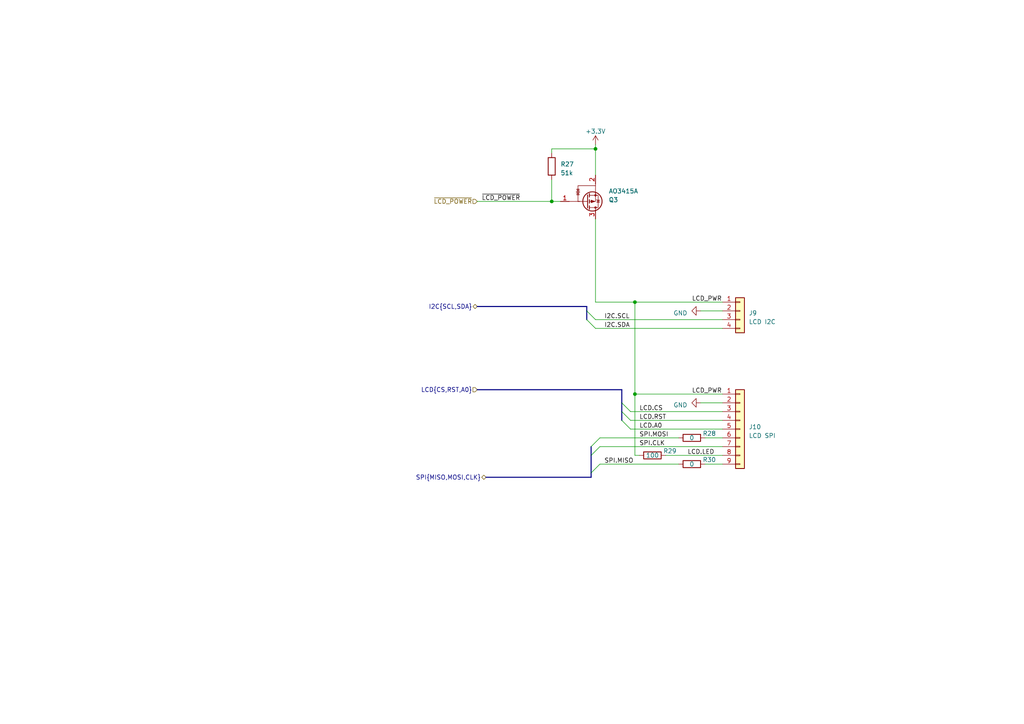
<source format=kicad_sch>
(kicad_sch (version 20230121) (generator eeschema)

  (uuid ed83e607-40e2-4af3-bcdc-c8cbe61d8121)

  (paper "A4")

  (lib_symbols
    (symbol "Connector_Generic:Conn_01x04" (pin_names (offset 1.016) hide) (in_bom yes) (on_board yes)
      (property "Reference" "J" (at 0 5.08 0)
        (effects (font (size 1.27 1.27)))
      )
      (property "Value" "Conn_01x04" (at 0 -7.62 0)
        (effects (font (size 1.27 1.27)))
      )
      (property "Footprint" "" (at 0 0 0)
        (effects (font (size 1.27 1.27)) hide)
      )
      (property "Datasheet" "~" (at 0 0 0)
        (effects (font (size 1.27 1.27)) hide)
      )
      (property "ki_keywords" "connector" (at 0 0 0)
        (effects (font (size 1.27 1.27)) hide)
      )
      (property "ki_description" "Generic connector, single row, 01x04, script generated (kicad-library-utils/schlib/autogen/connector/)" (at 0 0 0)
        (effects (font (size 1.27 1.27)) hide)
      )
      (property "ki_fp_filters" "Connector*:*_1x??_*" (at 0 0 0)
        (effects (font (size 1.27 1.27)) hide)
      )
      (symbol "Conn_01x04_1_1"
        (rectangle (start -1.27 -4.953) (end 0 -5.207)
          (stroke (width 0.1524) (type default))
          (fill (type none))
        )
        (rectangle (start -1.27 -2.413) (end 0 -2.667)
          (stroke (width 0.1524) (type default))
          (fill (type none))
        )
        (rectangle (start -1.27 0.127) (end 0 -0.127)
          (stroke (width 0.1524) (type default))
          (fill (type none))
        )
        (rectangle (start -1.27 2.667) (end 0 2.413)
          (stroke (width 0.1524) (type default))
          (fill (type none))
        )
        (rectangle (start -1.27 3.81) (end 1.27 -6.35)
          (stroke (width 0.254) (type default))
          (fill (type background))
        )
        (pin passive line (at -5.08 2.54 0) (length 3.81)
          (name "Pin_1" (effects (font (size 1.27 1.27))))
          (number "1" (effects (font (size 1.27 1.27))))
        )
        (pin passive line (at -5.08 0 0) (length 3.81)
          (name "Pin_2" (effects (font (size 1.27 1.27))))
          (number "2" (effects (font (size 1.27 1.27))))
        )
        (pin passive line (at -5.08 -2.54 0) (length 3.81)
          (name "Pin_3" (effects (font (size 1.27 1.27))))
          (number "3" (effects (font (size 1.27 1.27))))
        )
        (pin passive line (at -5.08 -5.08 0) (length 3.81)
          (name "Pin_4" (effects (font (size 1.27 1.27))))
          (number "4" (effects (font (size 1.27 1.27))))
        )
      )
    )
    (symbol "Connector_Generic:Conn_01x09" (pin_names (offset 1.016) hide) (in_bom yes) (on_board yes)
      (property "Reference" "J" (at 0 12.7 0)
        (effects (font (size 1.27 1.27)))
      )
      (property "Value" "Conn_01x09" (at 0 -12.7 0)
        (effects (font (size 1.27 1.27)))
      )
      (property "Footprint" "" (at 0 0 0)
        (effects (font (size 1.27 1.27)) hide)
      )
      (property "Datasheet" "~" (at 0 0 0)
        (effects (font (size 1.27 1.27)) hide)
      )
      (property "ki_keywords" "connector" (at 0 0 0)
        (effects (font (size 1.27 1.27)) hide)
      )
      (property "ki_description" "Generic connector, single row, 01x09, script generated (kicad-library-utils/schlib/autogen/connector/)" (at 0 0 0)
        (effects (font (size 1.27 1.27)) hide)
      )
      (property "ki_fp_filters" "Connector*:*_1x??_*" (at 0 0 0)
        (effects (font (size 1.27 1.27)) hide)
      )
      (symbol "Conn_01x09_1_1"
        (rectangle (start -1.27 -10.033) (end 0 -10.287)
          (stroke (width 0.1524) (type default))
          (fill (type none))
        )
        (rectangle (start -1.27 -7.493) (end 0 -7.747)
          (stroke (width 0.1524) (type default))
          (fill (type none))
        )
        (rectangle (start -1.27 -4.953) (end 0 -5.207)
          (stroke (width 0.1524) (type default))
          (fill (type none))
        )
        (rectangle (start -1.27 -2.413) (end 0 -2.667)
          (stroke (width 0.1524) (type default))
          (fill (type none))
        )
        (rectangle (start -1.27 0.127) (end 0 -0.127)
          (stroke (width 0.1524) (type default))
          (fill (type none))
        )
        (rectangle (start -1.27 2.667) (end 0 2.413)
          (stroke (width 0.1524) (type default))
          (fill (type none))
        )
        (rectangle (start -1.27 5.207) (end 0 4.953)
          (stroke (width 0.1524) (type default))
          (fill (type none))
        )
        (rectangle (start -1.27 7.747) (end 0 7.493)
          (stroke (width 0.1524) (type default))
          (fill (type none))
        )
        (rectangle (start -1.27 10.287) (end 0 10.033)
          (stroke (width 0.1524) (type default))
          (fill (type none))
        )
        (rectangle (start -1.27 11.43) (end 1.27 -11.43)
          (stroke (width 0.254) (type default))
          (fill (type background))
        )
        (pin passive line (at -5.08 10.16 0) (length 3.81)
          (name "Pin_1" (effects (font (size 1.27 1.27))))
          (number "1" (effects (font (size 1.27 1.27))))
        )
        (pin passive line (at -5.08 7.62 0) (length 3.81)
          (name "Pin_2" (effects (font (size 1.27 1.27))))
          (number "2" (effects (font (size 1.27 1.27))))
        )
        (pin passive line (at -5.08 5.08 0) (length 3.81)
          (name "Pin_3" (effects (font (size 1.27 1.27))))
          (number "3" (effects (font (size 1.27 1.27))))
        )
        (pin passive line (at -5.08 2.54 0) (length 3.81)
          (name "Pin_4" (effects (font (size 1.27 1.27))))
          (number "4" (effects (font (size 1.27 1.27))))
        )
        (pin passive line (at -5.08 0 0) (length 3.81)
          (name "Pin_5" (effects (font (size 1.27 1.27))))
          (number "5" (effects (font (size 1.27 1.27))))
        )
        (pin passive line (at -5.08 -2.54 0) (length 3.81)
          (name "Pin_6" (effects (font (size 1.27 1.27))))
          (number "6" (effects (font (size 1.27 1.27))))
        )
        (pin passive line (at -5.08 -5.08 0) (length 3.81)
          (name "Pin_7" (effects (font (size 1.27 1.27))))
          (number "7" (effects (font (size 1.27 1.27))))
        )
        (pin passive line (at -5.08 -7.62 0) (length 3.81)
          (name "Pin_8" (effects (font (size 1.27 1.27))))
          (number "8" (effects (font (size 1.27 1.27))))
        )
        (pin passive line (at -5.08 -10.16 0) (length 3.81)
          (name "Pin_9" (effects (font (size 1.27 1.27))))
          (number "9" (effects (font (size 1.27 1.27))))
        )
      )
    )
    (symbol "Device:R" (pin_numbers hide) (pin_names (offset 0)) (in_bom yes) (on_board yes)
      (property "Reference" "R" (at 2.032 0 90)
        (effects (font (size 1.27 1.27)))
      )
      (property "Value" "R" (at 0 0 90)
        (effects (font (size 1.27 1.27)))
      )
      (property "Footprint" "" (at -1.778 0 90)
        (effects (font (size 1.27 1.27)) hide)
      )
      (property "Datasheet" "~" (at 0 0 0)
        (effects (font (size 1.27 1.27)) hide)
      )
      (property "ki_keywords" "R res resistor" (at 0 0 0)
        (effects (font (size 1.27 1.27)) hide)
      )
      (property "ki_description" "Resistor" (at 0 0 0)
        (effects (font (size 1.27 1.27)) hide)
      )
      (property "ki_fp_filters" "R_*" (at 0 0 0)
        (effects (font (size 1.27 1.27)) hide)
      )
      (symbol "R_0_1"
        (rectangle (start -1.016 -2.54) (end 1.016 2.54)
          (stroke (width 0.254) (type default))
          (fill (type none))
        )
      )
      (symbol "R_1_1"
        (pin passive line (at 0 3.81 270) (length 1.27)
          (name "~" (effects (font (size 1.27 1.27))))
          (number "1" (effects (font (size 1.27 1.27))))
        )
        (pin passive line (at 0 -3.81 90) (length 1.27)
          (name "~" (effects (font (size 1.27 1.27))))
          (number "2" (effects (font (size 1.27 1.27))))
        )
      )
    )
    (symbol "kicad_common_lib:AO3415A" (pin_names hide) (in_bom yes) (on_board yes)
      (property "Reference" "Q" (at 5.08 1.905 0)
        (effects (font (size 1.27 1.27)) (justify left))
      )
      (property "Value" "AO3415A" (at 5.08 0 0)
        (effects (font (size 1.27 1.27)) (justify left))
      )
      (property "Footprint" "Package_TO_SOT_SMD:SOT-23" (at 5.08 -1.905 0)
        (effects (font (size 1.27 1.27) italic) (justify left) hide)
      )
      (property "Datasheet" "https://alltransistors.com/adv/pdfdatasheet_aosemi/ao3415.pdf" (at -20.32 -13.97 0)
        (effects (font (size 1.27 1.27)) (justify left) hide)
      )
      (property "ki_keywords" "P-Channel MOSFET" (at 0 0 0)
        (effects (font (size 1.27 1.27)) hide)
      )
      (property "ki_description" "-4.0A Id, -30V Vds, P-Channel MOSFET, SOT-23" (at 0 0 0)
        (effects (font (size 1.27 1.27)) hide)
      )
      (property "ki_fp_filters" "SOT?23*" (at 0 0 0)
        (effects (font (size 1.27 1.27)) hide)
      )
      (symbol "AO3415A_0_1"
        (polyline
          (pts
            (xy 0.254 0)
            (xy -2.54 0)
          )
          (stroke (width 0) (type default))
          (fill (type none))
        )
        (polyline
          (pts
            (xy 0.254 1.905)
            (xy 0.254 -1.905)
          )
          (stroke (width 0.254) (type default))
          (fill (type none))
        )
        (polyline
          (pts
            (xy 0.762 -1.27)
            (xy 0.762 -2.286)
          )
          (stroke (width 0.254) (type default))
          (fill (type none))
        )
        (polyline
          (pts
            (xy 0.762 0.508)
            (xy 0.762 -0.508)
          )
          (stroke (width 0.254) (type default))
          (fill (type none))
        )
        (polyline
          (pts
            (xy 0.762 2.286)
            (xy 0.762 1.27)
          )
          (stroke (width 0.254) (type default))
          (fill (type none))
        )
        (polyline
          (pts
            (xy 2.54 -5.08)
            (xy 2.54 -2.286)
          )
          (stroke (width 0) (type default))
          (fill (type none))
        )
        (polyline
          (pts
            (xy 2.54 2.54)
            (xy 2.54 1.778)
          )
          (stroke (width 0) (type default))
          (fill (type none))
        )
        (polyline
          (pts
            (xy -5.08 0)
            (xy -2.54 0)
            (xy -2.032 0)
          )
          (stroke (width 0) (type default))
          (fill (type none))
        )
        (polyline
          (pts
            (xy -2.54 0)
            (xy -2.54 -4.572)
            (xy 2.54 -4.572)
          )
          (stroke (width 0) (type default))
          (fill (type none))
        )
        (polyline
          (pts
            (xy 2.54 -2.54)
            (xy 2.54 0)
            (xy 0.762 0)
          )
          (stroke (width 0) (type default))
          (fill (type none))
        )
        (polyline
          (pts
            (xy -3.048 -2.794)
            (xy -2.921 -2.921)
            (xy -2.159 -2.921)
            (xy -2.032 -3.048)
          )
          (stroke (width 0) (type default))
          (fill (type none))
        )
        (polyline
          (pts
            (xy -2.54 -2.921)
            (xy -2.921 -3.556)
            (xy -2.159 -3.556)
            (xy -2.54 -2.921)
          )
          (stroke (width 0) (type default))
          (fill (type none))
        )
        (polyline
          (pts
            (xy -2.54 -2.54)
            (xy -2.159 -1.905)
            (xy -2.921 -1.905)
            (xy -2.54 -2.54)
          )
          (stroke (width 0) (type default))
          (fill (type none))
        )
        (polyline
          (pts
            (xy -2.032 -2.667)
            (xy -2.159 -2.54)
            (xy -2.921 -2.54)
            (xy -3.048 -2.413)
          )
          (stroke (width 0) (type default))
          (fill (type none))
        )
        (polyline
          (pts
            (xy 0.762 1.778)
            (xy 3.302 1.778)
            (xy 3.302 -1.778)
            (xy 0.762 -1.778)
          )
          (stroke (width 0) (type default))
          (fill (type none))
        )
        (polyline
          (pts
            (xy 2.286 0)
            (xy 1.27 0.381)
            (xy 1.27 -0.381)
            (xy 2.286 0)
          )
          (stroke (width 0) (type default))
          (fill (type outline))
        )
        (polyline
          (pts
            (xy 2.794 -0.508)
            (xy 2.921 -0.381)
            (xy 3.683 -0.381)
            (xy 3.81 -0.254)
          )
          (stroke (width 0) (type default))
          (fill (type none))
        )
        (polyline
          (pts
            (xy 3.302 -0.381)
            (xy 2.921 0.254)
            (xy 3.683 0.254)
            (xy 3.302 -0.381)
          )
          (stroke (width 0) (type default))
          (fill (type none))
        )
        (circle (center 1.651 0) (radius 2.794)
          (stroke (width 0.254) (type default))
          (fill (type none))
        )
        (circle (center 2.54 -1.778) (radius 0.254)
          (stroke (width 0) (type default))
          (fill (type outline))
        )
        (circle (center 2.54 1.778) (radius 0.254)
          (stroke (width 0) (type default))
          (fill (type outline))
        )
      )
      (symbol "AO3415A_1_1"
        (pin input line (at -7.62 0 0) (length 2.54)
          (name "G" (effects (font (size 1.27 1.27))))
          (number "1" (effects (font (size 1.27 1.27))))
        )
        (pin passive line (at 2.54 -7.62 90) (length 2.54)
          (name "S" (effects (font (size 1.27 1.27))))
          (number "2" (effects (font (size 1.27 1.27))))
        )
        (pin passive line (at 2.54 5.08 270) (length 2.54)
          (name "D" (effects (font (size 1.27 1.27))))
          (number "3" (effects (font (size 1.27 1.27))))
        )
      )
    )
    (symbol "power:+3.3V" (power) (pin_names (offset 0)) (in_bom yes) (on_board yes)
      (property "Reference" "#PWR" (at 0 -3.81 0)
        (effects (font (size 1.27 1.27)) hide)
      )
      (property "Value" "+3.3V" (at 0 3.556 0)
        (effects (font (size 1.27 1.27)))
      )
      (property "Footprint" "" (at 0 0 0)
        (effects (font (size 1.27 1.27)) hide)
      )
      (property "Datasheet" "" (at 0 0 0)
        (effects (font (size 1.27 1.27)) hide)
      )
      (property "ki_keywords" "global power" (at 0 0 0)
        (effects (font (size 1.27 1.27)) hide)
      )
      (property "ki_description" "Power symbol creates a global label with name \"+3.3V\"" (at 0 0 0)
        (effects (font (size 1.27 1.27)) hide)
      )
      (symbol "+3.3V_0_1"
        (polyline
          (pts
            (xy -0.762 1.27)
            (xy 0 2.54)
          )
          (stroke (width 0) (type default))
          (fill (type none))
        )
        (polyline
          (pts
            (xy 0 0)
            (xy 0 2.54)
          )
          (stroke (width 0) (type default))
          (fill (type none))
        )
        (polyline
          (pts
            (xy 0 2.54)
            (xy 0.762 1.27)
          )
          (stroke (width 0) (type default))
          (fill (type none))
        )
      )
      (symbol "+3.3V_1_1"
        (pin power_in line (at 0 0 90) (length 0) hide
          (name "+3.3V" (effects (font (size 1.27 1.27))))
          (number "1" (effects (font (size 1.27 1.27))))
        )
      )
    )
    (symbol "power:GND" (power) (pin_names (offset 0)) (in_bom yes) (on_board yes)
      (property "Reference" "#PWR" (at 0 -6.35 0)
        (effects (font (size 1.27 1.27)) hide)
      )
      (property "Value" "GND" (at 0 -3.81 0)
        (effects (font (size 1.27 1.27)))
      )
      (property "Footprint" "" (at 0 0 0)
        (effects (font (size 1.27 1.27)) hide)
      )
      (property "Datasheet" "" (at 0 0 0)
        (effects (font (size 1.27 1.27)) hide)
      )
      (property "ki_keywords" "global power" (at 0 0 0)
        (effects (font (size 1.27 1.27)) hide)
      )
      (property "ki_description" "Power symbol creates a global label with name \"GND\" , ground" (at 0 0 0)
        (effects (font (size 1.27 1.27)) hide)
      )
      (symbol "GND_0_1"
        (polyline
          (pts
            (xy 0 0)
            (xy 0 -1.27)
            (xy 1.27 -1.27)
            (xy 0 -2.54)
            (xy -1.27 -1.27)
            (xy 0 -1.27)
          )
          (stroke (width 0) (type default))
          (fill (type none))
        )
      )
      (symbol "GND_1_1"
        (pin power_in line (at 0 0 270) (length 0) hide
          (name "GND" (effects (font (size 1.27 1.27))))
          (number "1" (effects (font (size 1.27 1.27))))
        )
      )
    )
  )

  (junction (at 172.72 43.18) (diameter 0) (color 0 0 0 0)
    (uuid 8ba4ebcb-f8d2-4159-8546-7776e6ec880e)
  )
  (junction (at 184.15 114.3) (diameter 0) (color 0 0 0 0)
    (uuid 97babcbd-186f-482c-8adc-35244e4f0130)
  )
  (junction (at 184.15 87.63) (diameter 0) (color 0 0 0 0)
    (uuid a0433d91-504b-47ca-8ac4-f9555caf141f)
  )
  (junction (at 160.02 58.42) (diameter 0) (color 0 0 0 0)
    (uuid a40599b1-a064-419c-922e-7b644f7956f0)
  )

  (bus_entry (at 170.18 90.17) (size 2.54 2.54)
    (stroke (width 0) (type default))
    (uuid 52a325e5-b0ef-41d4-9ee2-5ba42df8efed)
  )
  (bus_entry (at 171.45 129.54) (size 2.54 -2.54)
    (stroke (width 0) (type default))
    (uuid 5422a2ed-dae1-47ab-8abe-990d0b2913ed)
  )
  (bus_entry (at 171.45 137.16) (size 2.54 -2.54)
    (stroke (width 0) (type default))
    (uuid 7d618d32-81e6-4c7e-b608-d411370a6f6d)
  )
  (bus_entry (at 180.34 121.92) (size 2.54 2.54)
    (stroke (width 0) (type default))
    (uuid ab8343a2-376e-4c55-a46f-1da7c217971a)
  )
  (bus_entry (at 180.34 119.38) (size 2.54 2.54)
    (stroke (width 0) (type default))
    (uuid d48fdc78-296f-4df0-8d32-a50af7d6c481)
  )
  (bus_entry (at 170.18 92.71) (size 2.54 2.54)
    (stroke (width 0) (type default))
    (uuid dcaf8ef9-6d78-447f-b03a-040599473ecd)
  )
  (bus_entry (at 180.34 116.84) (size 2.54 2.54)
    (stroke (width 0) (type default))
    (uuid e588f7f1-22d6-49c6-ba0d-aebfe4916233)
  )
  (bus_entry (at 171.45 132.08) (size 2.54 -2.54)
    (stroke (width 0) (type default))
    (uuid f7e8ee3c-9f4d-4203-b748-6dcf784908f8)
  )

  (wire (pts (xy 182.88 124.46) (xy 209.55 124.46))
    (stroke (width 0) (type default))
    (uuid 0358c23e-bdad-4452-87fd-1d23eb25732e)
  )
  (wire (pts (xy 138.43 58.42) (xy 160.02 58.42))
    (stroke (width 0) (type default))
    (uuid 043b604b-f582-46f5-99a4-6add1f78aa79)
  )
  (wire (pts (xy 162.56 58.42) (xy 160.02 58.42))
    (stroke (width 0) (type default))
    (uuid 12c104d6-e51f-4599-a7bf-ae4c68edd2fd)
  )
  (wire (pts (xy 160.02 43.18) (xy 172.72 43.18))
    (stroke (width 0) (type default))
    (uuid 1feda6b8-bc59-4801-bc56-2b97be77d952)
  )
  (bus (pts (xy 180.34 113.03) (xy 180.34 116.84))
    (stroke (width 0) (type default))
    (uuid 267749b4-c972-4b4b-ab01-e96f1adfa08a)
  )

  (wire (pts (xy 173.99 129.54) (xy 209.55 129.54))
    (stroke (width 0) (type default))
    (uuid 4e6e6193-2145-4101-b8d3-3f243c82d2e3)
  )
  (wire (pts (xy 172.72 43.18) (xy 172.72 50.8))
    (stroke (width 0) (type default))
    (uuid 50092c9c-0f67-402c-9da7-5421ad7d2c99)
  )
  (wire (pts (xy 184.15 87.63) (xy 172.72 87.63))
    (stroke (width 0) (type default))
    (uuid 52d71de8-ce88-4a30-bd56-3934c56e1dbe)
  )
  (wire (pts (xy 184.15 114.3) (xy 184.15 132.08))
    (stroke (width 0) (type default))
    (uuid 597d85fc-80f8-4fe3-9d03-808aa8a0f1aa)
  )
  (bus (pts (xy 171.45 129.54) (xy 171.45 132.08))
    (stroke (width 0) (type default))
    (uuid 5a0550fb-d17d-4bf1-9054-dee5f644f880)
  )
  (bus (pts (xy 140.97 138.43) (xy 171.45 138.43))
    (stroke (width 0) (type default))
    (uuid 5e08c7c8-c8a4-49b6-937d-2d94a3256048)
  )
  (bus (pts (xy 171.45 137.16) (xy 171.45 138.43))
    (stroke (width 0) (type default))
    (uuid 60259d43-08e5-4e26-a59b-12d43eb8f95c)
  )

  (wire (pts (xy 182.88 121.92) (xy 209.55 121.92))
    (stroke (width 0) (type default))
    (uuid 64a6e1f9-8c9c-436c-a6e9-b2b19e81f30d)
  )
  (wire (pts (xy 172.72 87.63) (xy 172.72 63.5))
    (stroke (width 0) (type default))
    (uuid 6733b6a8-9793-48fd-8606-440cdeed04f7)
  )
  (bus (pts (xy 170.18 92.71) (xy 170.18 90.17))
    (stroke (width 0) (type default))
    (uuid 7690ed94-b2e5-4611-949c-70c05d73ac8c)
  )

  (wire (pts (xy 204.47 127) (xy 209.55 127))
    (stroke (width 0) (type default))
    (uuid 7769b7f9-b064-47a9-9fc3-6a6d06bd396d)
  )
  (wire (pts (xy 209.55 114.3) (xy 184.15 114.3))
    (stroke (width 0) (type default))
    (uuid 7bbe1cda-8086-4cfe-80f8-30452d3997cf)
  )
  (wire (pts (xy 160.02 44.45) (xy 160.02 43.18))
    (stroke (width 0) (type default))
    (uuid 8bcc08b5-5c95-461e-9828-df31644364ad)
  )
  (wire (pts (xy 203.2 90.17) (xy 209.55 90.17))
    (stroke (width 0) (type default))
    (uuid 8d73516e-7950-4f32-a9c8-505610f58791)
  )
  (bus (pts (xy 138.43 88.9) (xy 170.18 88.9))
    (stroke (width 0) (type default))
    (uuid 9693ab3c-4c6d-4a22-b7d4-9f8412e35254)
  )

  (wire (pts (xy 204.47 134.62) (xy 209.55 134.62))
    (stroke (width 0) (type default))
    (uuid a2a32b7c-0760-42e9-9d78-357d10a3d8d1)
  )
  (wire (pts (xy 172.72 92.71) (xy 209.55 92.71))
    (stroke (width 0) (type default))
    (uuid b071bbcd-1a17-4212-9226-dd4568d90a55)
  )
  (wire (pts (xy 184.15 114.3) (xy 184.15 87.63))
    (stroke (width 0) (type default))
    (uuid b0c5082a-dcfb-4dd0-9144-a84838ca55fe)
  )
  (wire (pts (xy 172.72 95.25) (xy 209.55 95.25))
    (stroke (width 0) (type default))
    (uuid b5e78c88-6f2f-40c1-9bc5-901d874556d5)
  )
  (wire (pts (xy 173.99 127) (xy 196.85 127))
    (stroke (width 0) (type default))
    (uuid b9da4bbf-91a0-48c6-bc25-c1cb34709adc)
  )
  (bus (pts (xy 180.34 119.38) (xy 180.34 121.92))
    (stroke (width 0) (type default))
    (uuid bf633536-1528-44ed-89b0-577ab1bf9972)
  )
  (bus (pts (xy 171.45 132.08) (xy 171.45 137.16))
    (stroke (width 0) (type default))
    (uuid bf9baf6b-3bef-4046-923b-ff8fea78085c)
  )
  (bus (pts (xy 170.18 90.17) (xy 170.18 88.9))
    (stroke (width 0) (type default))
    (uuid bfc7db66-15f9-412e-aabc-9cef7ace849c)
  )

  (wire (pts (xy 193.04 132.08) (xy 209.55 132.08))
    (stroke (width 0) (type default))
    (uuid c5ca5aa5-33ee-4da2-a4d1-e5eb46fee666)
  )
  (wire (pts (xy 160.02 58.42) (xy 160.02 52.07))
    (stroke (width 0) (type default))
    (uuid c644b9fc-8058-4576-9563-6ee2c76c40f7)
  )
  (wire (pts (xy 203.2 116.84) (xy 209.55 116.84))
    (stroke (width 0) (type default))
    (uuid c8378d41-0660-48c3-b876-be6b8d20a235)
  )
  (bus (pts (xy 180.34 116.84) (xy 180.34 119.38))
    (stroke (width 0) (type default))
    (uuid cf98f43f-7ad0-45c9-b3e5-9c5e9cc8af86)
  )

  (wire (pts (xy 182.88 119.38) (xy 209.55 119.38))
    (stroke (width 0) (type default))
    (uuid da66b5d3-c1fe-425d-8d0c-0ed316904d61)
  )
  (bus (pts (xy 138.43 113.03) (xy 180.34 113.03))
    (stroke (width 0) (type default))
    (uuid dccfaa7a-bc98-46ba-959c-da1474196cd5)
  )

  (wire (pts (xy 173.99 134.62) (xy 196.85 134.62))
    (stroke (width 0) (type default))
    (uuid e56de053-3d6c-4c59-b5ed-1c309bcffe89)
  )
  (wire (pts (xy 184.15 132.08) (xy 185.42 132.08))
    (stroke (width 0) (type default))
    (uuid e682b848-30b0-449f-858e-2fdab583dec3)
  )
  (wire (pts (xy 184.15 87.63) (xy 209.55 87.63))
    (stroke (width 0) (type default))
    (uuid eda11a3d-b972-4f8d-91fb-e8e749c557f1)
  )
  (wire (pts (xy 172.72 41.91) (xy 172.72 43.18))
    (stroke (width 0) (type default))
    (uuid f687abda-518e-479a-a535-70ebf02f8451)
  )

  (label "I2C.SCL" (at 175.26 92.71 0) (fields_autoplaced)
    (effects (font (size 1.27 1.27)) (justify left bottom))
    (uuid 05acb763-42df-4527-9071-fa88705fe7fb)
  )
  (label "LCD.RST" (at 185.42 121.92 0) (fields_autoplaced)
    (effects (font (size 1.27 1.27)) (justify left bottom))
    (uuid 1e792331-4aca-4798-acc8-8a38f762013f)
  )
  (label "SPI.MOSI" (at 185.42 127 0) (fields_autoplaced)
    (effects (font (size 1.27 1.27)) (justify left bottom))
    (uuid 26f3adfc-b8f7-4c7e-b6f0-e588adf1b095)
  )
  (label "LCD.A0" (at 185.42 124.46 0) (fields_autoplaced)
    (effects (font (size 1.27 1.27)) (justify left bottom))
    (uuid 385630f4-9251-49b4-9db5-79c18a848266)
  )
  (label "~{LCD_POWER}" (at 139.7 58.42 0) (fields_autoplaced)
    (effects (font (size 1.27 1.27)) (justify left bottom))
    (uuid 5f033bed-fd03-42fa-ad42-b31c53c1e744)
  )
  (label "SPI.MISO" (at 175.26 134.62 0) (fields_autoplaced)
    (effects (font (size 1.27 1.27)) (justify left bottom))
    (uuid 621c70c0-fde5-4bed-9237-210b4d6131cb)
  )
  (label "LCD_PWR" (at 200.66 87.63 0) (fields_autoplaced)
    (effects (font (size 1.27 1.27)) (justify left bottom))
    (uuid 692d7b02-74ce-4559-80d1-774192ac7f00)
  )
  (label "SPI.CLK" (at 185.42 129.54 0) (fields_autoplaced)
    (effects (font (size 1.27 1.27)) (justify left bottom))
    (uuid 7b461131-2f1a-468a-bf36-f3fdb1d32ec9)
  )
  (label "LCD.CS" (at 185.42 119.38 0) (fields_autoplaced)
    (effects (font (size 1.27 1.27)) (justify left bottom))
    (uuid a63ef44b-6686-446c-b530-b5d9d65c88df)
  )
  (label "I2C.SDA" (at 175.26 95.25 0) (fields_autoplaced)
    (effects (font (size 1.27 1.27)) (justify left bottom))
    (uuid d2c0422e-77c6-4eef-957c-afad273d79b3)
  )
  (label "LCD_PWR" (at 200.66 114.3 0) (fields_autoplaced)
    (effects (font (size 1.27 1.27)) (justify left bottom))
    (uuid dbb3cf5a-f165-4409-a827-c19c4683f466)
  )
  (label "LCD.LED" (at 199.39 132.08 0) (fields_autoplaced)
    (effects (font (size 1.27 1.27)) (justify left bottom))
    (uuid e5eb9f3b-78c5-4d1a-a6d2-44bc898c1f6f)
  )

  (hierarchical_label "LCD{CS,RST,A0}" (shape input) (at 138.43 113.03 180) (fields_autoplaced)
    (effects (font (size 1.27 1.27)) (justify right))
    (uuid 223fcb7d-da14-4ed5-9c98-32984d6d6ccf)
  )
  (hierarchical_label "~{LCD_POWER}" (shape input) (at 138.43 58.42 180) (fields_autoplaced)
    (effects (font (size 1.27 1.27)) (justify right))
    (uuid 45f041f0-9017-432c-bba2-fd54c4e2b217)
  )
  (hierarchical_label "I2C{SCL,SDA}" (shape bidirectional) (at 138.43 88.9 180) (fields_autoplaced)
    (effects (font (size 1.27 1.27)) (justify right))
    (uuid 886c1f26-d84b-4401-9a0d-48d9f5719d27)
  )
  (hierarchical_label "SPI{MISO,MOSI,CLK}" (shape bidirectional) (at 140.97 138.43 180) (fields_autoplaced)
    (effects (font (size 1.27 1.27)) (justify right))
    (uuid 8eaa8a44-c95b-4503-961f-3a4bf567336f)
  )

  (symbol (lib_id "Device:R") (at 200.66 134.62 90) (unit 1)
    (in_bom yes) (on_board yes) (dnp no)
    (uuid 2410c24b-37d9-40c7-928e-975b6e7c2ece)
    (property "Reference" "R30" (at 205.74 133.35 90)
      (effects (font (size 1.27 1.27)))
    )
    (property "Value" "0" (at 200.66 134.62 90)
      (effects (font (size 1.27 1.27)))
    )
    (property "Footprint" "" (at 200.66 136.398 90)
      (effects (font (size 1.27 1.27)) hide)
    )
    (property "Datasheet" "~" (at 200.66 134.62 0)
      (effects (font (size 1.27 1.27)) hide)
    )
    (pin "1" (uuid d50c84b4-2a28-428f-b282-0261ff6c9a94))
    (pin "2" (uuid 41f9624b-11d1-4b09-ad13-b621c0973116))
    (instances
      (project "esp_radio"
        (path "/c9e2e0d2-0655-4f5e-8e13-71b41b1f7cfe/9a87a4f6-9f89-4802-b675-78042b654f8a"
          (reference "R30") (unit 1)
        )
      )
    )
  )

  (symbol (lib_id "Connector_Generic:Conn_01x09") (at 214.63 124.46 0) (unit 1)
    (in_bom yes) (on_board yes) (dnp no) (fields_autoplaced)
    (uuid 5eee035c-c021-4c49-a77e-1de2f593d0bf)
    (property "Reference" "J10" (at 217.17 123.825 0)
      (effects (font (size 1.27 1.27)) (justify left))
    )
    (property "Value" "LCD SPI" (at 217.17 126.365 0)
      (effects (font (size 1.27 1.27)) (justify left))
    )
    (property "Footprint" "" (at 214.63 124.46 0)
      (effects (font (size 1.27 1.27)) hide)
    )
    (property "Datasheet" "~" (at 214.63 124.46 0)
      (effects (font (size 1.27 1.27)) hide)
    )
    (pin "1" (uuid 66d9e29f-1c87-4eaa-9f46-f12ed07dd6a6))
    (pin "2" (uuid b84f2ef7-8828-4239-8096-b6007d72029b))
    (pin "3" (uuid fcfcb768-5d01-4856-8991-ebc55d54e944))
    (pin "4" (uuid 28b2671e-1709-43fd-b09a-26f75b792bbf))
    (pin "5" (uuid cfa9efa2-aabf-42e7-a165-591caef9b5b1))
    (pin "6" (uuid fdde59ed-75b6-476f-81fb-2cb19def4643))
    (pin "7" (uuid 89ab6bb5-5eba-4237-94ea-0eff34c8ac5b))
    (pin "8" (uuid bf3416c1-1c12-4d9f-8396-0f61589bd1c3))
    (pin "9" (uuid 75e504a3-959b-4ac7-8b2b-b31165ef7e78))
    (instances
      (project "esp_radio"
        (path "/c9e2e0d2-0655-4f5e-8e13-71b41b1f7cfe/9a87a4f6-9f89-4802-b675-78042b654f8a"
          (reference "J10") (unit 1)
        )
      )
    )
  )

  (symbol (lib_id "power:GND") (at 203.2 90.17 270) (unit 1)
    (in_bom yes) (on_board yes) (dnp no) (fields_autoplaced)
    (uuid a1145696-9cc1-45ba-b37a-9c2df8383314)
    (property "Reference" "#PWR060" (at 196.85 90.17 0)
      (effects (font (size 1.27 1.27)) hide)
    )
    (property "Value" "GND" (at 199.39 90.805 90)
      (effects (font (size 1.27 1.27)) (justify right))
    )
    (property "Footprint" "" (at 203.2 90.17 0)
      (effects (font (size 1.27 1.27)) hide)
    )
    (property "Datasheet" "" (at 203.2 90.17 0)
      (effects (font (size 1.27 1.27)) hide)
    )
    (pin "1" (uuid e8e56844-eb09-4473-9ae8-cdc1cd6e1c86))
    (instances
      (project "esp_radio"
        (path "/c9e2e0d2-0655-4f5e-8e13-71b41b1f7cfe/9a87a4f6-9f89-4802-b675-78042b654f8a"
          (reference "#PWR060") (unit 1)
        )
      )
    )
  )

  (symbol (lib_id "kicad_common_lib:AO3415A") (at 170.18 58.42 0) (mirror x) (unit 1)
    (in_bom yes) (on_board yes) (dnp no)
    (uuid a8e6b7e0-dc22-4639-83eb-7573e9cede20)
    (property "Reference" "Q3" (at 176.53 57.9755 0)
      (effects (font (size 1.27 1.27)) (justify left))
    )
    (property "Value" "AO3415A" (at 176.53 55.4355 0)
      (effects (font (size 1.27 1.27)) (justify left))
    )
    (property "Footprint" "Package_TO_SOT_SMD:SOT-23" (at 175.26 56.515 0)
      (effects (font (size 1.27 1.27) italic) (justify left) hide)
    )
    (property "Datasheet" "https://alltransistors.com/adv/pdfdatasheet_aosemi/ao3415.pdf" (at 149.86 44.45 0)
      (effects (font (size 1.27 1.27)) (justify left) hide)
    )
    (pin "1" (uuid 0e0cc1a2-c218-4b75-8f8f-c31c1a467b12))
    (pin "2" (uuid fc516ab4-fb0e-4531-b7f8-123c48ea447c))
    (pin "3" (uuid ec849770-b587-4639-8345-b9f769e3aa80))
    (instances
      (project "esp_radio"
        (path "/c9e2e0d2-0655-4f5e-8e13-71b41b1f7cfe/9a87a4f6-9f89-4802-b675-78042b654f8a"
          (reference "Q3") (unit 1)
        )
      )
    )
  )

  (symbol (lib_id "Connector_Generic:Conn_01x04") (at 214.63 90.17 0) (unit 1)
    (in_bom yes) (on_board yes) (dnp no) (fields_autoplaced)
    (uuid ad5ffd1f-9f18-4016-9a1b-182461fa750c)
    (property "Reference" "J9" (at 217.17 90.805 0)
      (effects (font (size 1.27 1.27)) (justify left))
    )
    (property "Value" "LCD I2C" (at 217.17 93.345 0)
      (effects (font (size 1.27 1.27)) (justify left))
    )
    (property "Footprint" "" (at 214.63 90.17 0)
      (effects (font (size 1.27 1.27)) hide)
    )
    (property "Datasheet" "~" (at 214.63 90.17 0)
      (effects (font (size 1.27 1.27)) hide)
    )
    (pin "1" (uuid c41ae34f-3f7e-496d-9457-f789d3ed3afe))
    (pin "2" (uuid cc834c45-651f-4310-a1a9-201a1ef169fa))
    (pin "3" (uuid c03caf15-d89d-427c-a457-aa8028bf8899))
    (pin "4" (uuid 38c1c67f-c875-407a-a5ac-8154fceda76a))
    (instances
      (project "esp_radio"
        (path "/c9e2e0d2-0655-4f5e-8e13-71b41b1f7cfe/9a87a4f6-9f89-4802-b675-78042b654f8a"
          (reference "J9") (unit 1)
        )
      )
    )
  )

  (symbol (lib_id "Device:R") (at 160.02 48.26 0) (unit 1)
    (in_bom yes) (on_board yes) (dnp no) (fields_autoplaced)
    (uuid ba0e760c-1a40-41f6-bb50-29b1ea39d06e)
    (property "Reference" "R27" (at 162.56 47.625 0)
      (effects (font (size 1.27 1.27)) (justify left))
    )
    (property "Value" "51k" (at 162.56 50.165 0)
      (effects (font (size 1.27 1.27)) (justify left))
    )
    (property "Footprint" "" (at 158.242 48.26 90)
      (effects (font (size 1.27 1.27)) hide)
    )
    (property "Datasheet" "~" (at 160.02 48.26 0)
      (effects (font (size 1.27 1.27)) hide)
    )
    (pin "1" (uuid ec8bbd5e-2b7c-457e-b145-eefa765f2a42))
    (pin "2" (uuid ee7584e4-2d14-42a3-9fe2-dbba52161088))
    (instances
      (project "esp_radio"
        (path "/c9e2e0d2-0655-4f5e-8e13-71b41b1f7cfe/9a87a4f6-9f89-4802-b675-78042b654f8a"
          (reference "R27") (unit 1)
        )
      )
    )
  )

  (symbol (lib_id "power:+3.3V") (at 172.72 41.91 0) (unit 1)
    (in_bom yes) (on_board yes) (dnp no) (fields_autoplaced)
    (uuid c377878a-330e-4e83-b581-169a7e48048c)
    (property "Reference" "#PWR059" (at 172.72 45.72 0)
      (effects (font (size 1.27 1.27)) hide)
    )
    (property "Value" "+3.3V" (at 172.72 38.1 0)
      (effects (font (size 1.27 1.27)))
    )
    (property "Footprint" "" (at 172.72 41.91 0)
      (effects (font (size 1.27 1.27)) hide)
    )
    (property "Datasheet" "" (at 172.72 41.91 0)
      (effects (font (size 1.27 1.27)) hide)
    )
    (pin "1" (uuid 2f28502d-cc0f-4f68-b684-7bff1e56f008))
    (instances
      (project "esp_radio"
        (path "/c9e2e0d2-0655-4f5e-8e13-71b41b1f7cfe/9a87a4f6-9f89-4802-b675-78042b654f8a"
          (reference "#PWR059") (unit 1)
        )
      )
    )
  )

  (symbol (lib_id "Device:R") (at 200.66 127 90) (unit 1)
    (in_bom yes) (on_board yes) (dnp no)
    (uuid e0f919da-1198-4158-b282-aff4462038fd)
    (property "Reference" "R28" (at 205.74 125.73 90)
      (effects (font (size 1.27 1.27)))
    )
    (property "Value" "0" (at 200.66 127 90)
      (effects (font (size 1.27 1.27)))
    )
    (property "Footprint" "" (at 200.66 128.778 90)
      (effects (font (size 1.27 1.27)) hide)
    )
    (property "Datasheet" "~" (at 200.66 127 0)
      (effects (font (size 1.27 1.27)) hide)
    )
    (pin "1" (uuid 48ecfd1b-abf9-4e48-b7be-0a3b5fde9f62))
    (pin "2" (uuid 0afa2d06-c8e3-4dcf-b60c-9873a6a84c3d))
    (instances
      (project "esp_radio"
        (path "/c9e2e0d2-0655-4f5e-8e13-71b41b1f7cfe/9a87a4f6-9f89-4802-b675-78042b654f8a"
          (reference "R28") (unit 1)
        )
      )
    )
  )

  (symbol (lib_id "Device:R") (at 189.23 132.08 90) (unit 1)
    (in_bom yes) (on_board yes) (dnp no)
    (uuid e47669ca-e4cd-451f-ad33-9957e7f947c4)
    (property "Reference" "R29" (at 194.31 130.81 90)
      (effects (font (size 1.27 1.27)))
    )
    (property "Value" "100" (at 189.23 132.08 90)
      (effects (font (size 1.27 1.27)))
    )
    (property "Footprint" "" (at 189.23 133.858 90)
      (effects (font (size 1.27 1.27)) hide)
    )
    (property "Datasheet" "~" (at 189.23 132.08 0)
      (effects (font (size 1.27 1.27)) hide)
    )
    (pin "1" (uuid 68128061-35b1-41a2-8274-86f2a786c74d))
    (pin "2" (uuid e35e20ec-16d6-415c-a4ee-bff360a7c29b))
    (instances
      (project "esp_radio"
        (path "/c9e2e0d2-0655-4f5e-8e13-71b41b1f7cfe/9a87a4f6-9f89-4802-b675-78042b654f8a"
          (reference "R29") (unit 1)
        )
      )
    )
  )

  (symbol (lib_id "power:GND") (at 203.2 116.84 270) (unit 1)
    (in_bom yes) (on_board yes) (dnp no) (fields_autoplaced)
    (uuid f3040ff0-1b8e-4c7d-b223-299fce5e5523)
    (property "Reference" "#PWR061" (at 196.85 116.84 0)
      (effects (font (size 1.27 1.27)) hide)
    )
    (property "Value" "GND" (at 199.39 117.475 90)
      (effects (font (size 1.27 1.27)) (justify right))
    )
    (property "Footprint" "" (at 203.2 116.84 0)
      (effects (font (size 1.27 1.27)) hide)
    )
    (property "Datasheet" "" (at 203.2 116.84 0)
      (effects (font (size 1.27 1.27)) hide)
    )
    (pin "1" (uuid 755291f1-2406-42ab-b2c8-7a0ef84af151))
    (instances
      (project "esp_radio"
        (path "/c9e2e0d2-0655-4f5e-8e13-71b41b1f7cfe/9a87a4f6-9f89-4802-b675-78042b654f8a"
          (reference "#PWR061") (unit 1)
        )
      )
    )
  )
)

</source>
